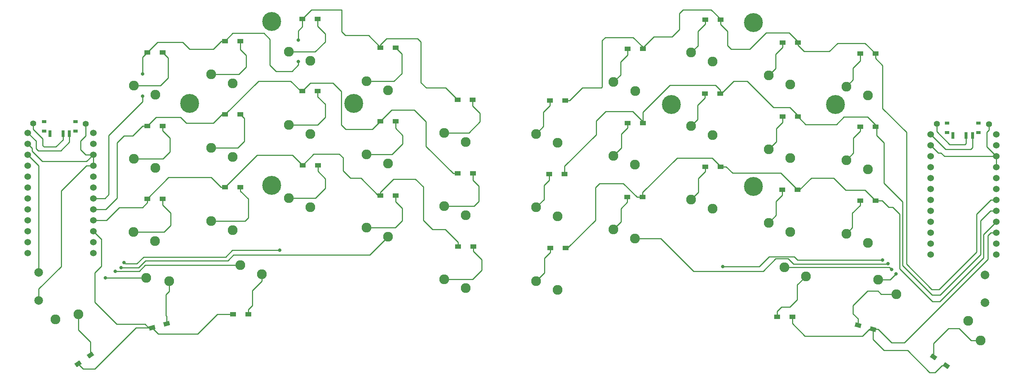
<source format=gbr>
%TF.GenerationSoftware,KiCad,Pcbnew,(6.0.5-0)*%
%TF.CreationDate,2022-06-22T19:02:17-07:00*%
%TF.ProjectId,Swept_3x5,53776570-745f-4337-9835-2e6b69636164,rev?*%
%TF.SameCoordinates,Original*%
%TF.FileFunction,Copper,L2,Bot*%
%TF.FilePolarity,Positive*%
%FSLAX46Y46*%
G04 Gerber Fmt 4.6, Leading zero omitted, Abs format (unit mm)*
G04 Created by KiCad (PCBNEW (6.0.5-0)) date 2022-06-22 19:02:17*
%MOMM*%
%LPD*%
G01*
G04 APERTURE LIST*
G04 Aperture macros list*
%AMRotRect*
0 Rectangle, with rotation*
0 The origin of the aperture is its center*
0 $1 length*
0 $2 width*
0 $3 Rotation angle, in degrees counterclockwise*
0 Add horizontal line*
21,1,$1,$2,0,0,$3*%
G04 Aperture macros list end*
%TA.AperFunction,ComponentPad*%
%ADD10C,1.524000*%
%TD*%
%TA.AperFunction,ComponentPad*%
%ADD11C,2.282000*%
%TD*%
%TA.AperFunction,ComponentPad*%
%ADD12C,2.000000*%
%TD*%
%TA.AperFunction,ComponentPad*%
%ADD13C,4.400000*%
%TD*%
%TA.AperFunction,ComponentPad*%
%ADD14C,1.397000*%
%TD*%
%TA.AperFunction,SMDPad,CuDef*%
%ADD15R,1.400000X1.000000*%
%TD*%
%TA.AperFunction,SMDPad,CuDef*%
%ADD16R,1.000000X0.800000*%
%TD*%
%TA.AperFunction,SMDPad,CuDef*%
%ADD17R,0.700000X1.500000*%
%TD*%
%TA.AperFunction,SMDPad,CuDef*%
%ADD18RotRect,1.400000X1.000000X145.000000*%
%TD*%
%TA.AperFunction,SMDPad,CuDef*%
%ADD19RotRect,1.400000X1.000000X35.000000*%
%TD*%
%TA.AperFunction,SMDPad,CuDef*%
%ADD20RotRect,1.400000X1.000000X165.000000*%
%TD*%
%TA.AperFunction,SMDPad,CuDef*%
%ADD21RotRect,1.400000X1.000000X15.000000*%
%TD*%
%TA.AperFunction,ViaPad*%
%ADD22C,0.800000*%
%TD*%
%TA.AperFunction,Conductor*%
%ADD23C,0.250000*%
%TD*%
G04 APERTURE END LIST*
D10*
%TO.P,U1,1,TX*%
%TO.N,unconnected-(U1-Pad1)*%
X243606600Y-50094000D03*
%TO.P,U1,2,RX*%
%TO.N,unconnected-(U1-Pad2)*%
X243606600Y-52634000D03*
%TO.P,U1,3,GND*%
%TO.N,gnd*%
X243606600Y-55174000D03*
%TO.P,U1,4,GND*%
X243606600Y-57714000D03*
%TO.P,U1,5,SDA*%
%TO.N,unconnected-(U1-Pad5)*%
X243606600Y-60254000D03*
%TO.P,U1,6,SCL*%
%TO.N,unconnected-(U1-Pad6)*%
X243606600Y-62794000D03*
%TO.P,U1,7,D4*%
%TO.N,row_0*%
X243606600Y-65334000D03*
%TO.P,U1,8,C6*%
%TO.N,row_1*%
X243606600Y-67874000D03*
%TO.P,U1,9,D7*%
%TO.N,row_2*%
X243606600Y-70414000D03*
%TO.P,U1,10,E6*%
%TO.N,row_3*%
X243606600Y-72954000D03*
%TO.P,U1,11,B4*%
%TO.N,unconnected-(U1-Pad11)*%
X243606600Y-75494000D03*
%TO.P,U1,12,B5*%
%TO.N,unconnected-(U1-Pad12)*%
X243606600Y-78034000D03*
%TO.P,U1,13,B6*%
%TO.N,unconnected-(U1-Pad13)*%
X228386600Y-78034000D03*
%TO.P,U1,14,B2*%
%TO.N,unconnected-(U1-Pad14)*%
X228386600Y-75494000D03*
%TO.P,U1,15,B3*%
%TO.N,col5*%
X228386600Y-72954000D03*
%TO.P,U1,16,B1*%
%TO.N,col4*%
X228386600Y-70414000D03*
%TO.P,U1,17,F7*%
%TO.N,col3*%
X228386600Y-67874000D03*
%TO.P,U1,18,F6*%
%TO.N,col2*%
X228386600Y-65334000D03*
%TO.P,U1,19,F5*%
%TO.N,col1*%
X228386600Y-62794000D03*
%TO.P,U1,20,F4*%
%TO.N,unconnected-(U1-Pad20)*%
X228386600Y-60254000D03*
%TO.P,U1,21,VCC*%
%TO.N,vcc*%
X228386600Y-57714000D03*
%TO.P,U1,22,RST*%
%TO.N,reset*%
X228386600Y-55174000D03*
%TO.P,U1,23,GND*%
%TO.N,gnd*%
X228386600Y-52634000D03*
%TO.P,U1,24,RAW*%
%TO.N,raw*%
X228386600Y-50094000D03*
%TD*%
D11*
%TO.P,SW16,1,1*%
%TO.N,col2*%
X159723400Y-74266800D03*
%TO.P,SW16,2,2*%
%TO.N,Net-(D14-Pad2)*%
X154723400Y-72166800D03*
%TD*%
%TO.P,SW20,1,1*%
%TO.N,col3*%
X194419800Y-80983400D03*
%TO.P,SW20,2,2*%
%TO.N,Net-(D18-Pad2)*%
X199419800Y-83083400D03*
%TD*%
%TO.P,SW15,1,1*%
%TO.N,col1*%
X141765600Y-86281000D03*
%TO.P,SW15,2,2*%
%TO.N,Net-(D13-Pad2)*%
X136765600Y-84181000D03*
%TD*%
%TO.P,SW21,1,1*%
%TO.N,col4*%
X216139832Y-83902238D03*
%TO.P,SW21,2,2*%
%TO.N,Net-(D19-Pad2)*%
X220425942Y-87224777D03*
%TD*%
%TO.P,SW17,1,1*%
%TO.N,col3*%
X177732000Y-67383400D03*
%TO.P,SW17,2,2*%
%TO.N,Net-(D15-Pad2)*%
X172732000Y-65283400D03*
%TD*%
%TO.P,SW18,1,1*%
%TO.N,col4*%
X195740600Y-72742800D03*
%TO.P,SW18,2,2*%
%TO.N,Net-(D16-Pad2)*%
X190740600Y-70642800D03*
%TD*%
%TO.P,SW4,1,1*%
%TO.N,col2*%
X159748800Y-40027600D03*
%TO.P,SW4,2,2*%
%TO.N,Net-(D2-Pad2)*%
X154748800Y-37927600D03*
%TD*%
%TO.P,SW3,1,1*%
%TO.N,col1*%
X141740200Y-52067200D03*
%TO.P,SW3,2,2*%
%TO.N,Net-(D1-Pad2)*%
X136740200Y-49967200D03*
%TD*%
%TO.P,SW9,1,1*%
%TO.N,col1*%
X141740200Y-69161400D03*
%TO.P,SW9,2,2*%
%TO.N,Net-(D7-Pad2)*%
X136740200Y-67061400D03*
%TD*%
%TO.P,SW12,1,1*%
%TO.N,col4*%
X195740600Y-55623200D03*
%TO.P,SW12,2,2*%
%TO.N,Net-(D10-Pad2)*%
X190740600Y-53523200D03*
%TD*%
%TO.P,SW11,1,1*%
%TO.N,col3*%
X177732000Y-50263800D03*
%TO.P,SW11,2,2*%
%TO.N,Net-(D9-Pad2)*%
X172732000Y-48163800D03*
%TD*%
%TO.P,SW6,1,1*%
%TO.N,col4*%
X195766000Y-38503600D03*
%TO.P,SW6,2,2*%
%TO.N,Net-(D4-Pad2)*%
X190766000Y-36403600D03*
%TD*%
%TO.P,SW5,1,1*%
%TO.N,col3*%
X177757400Y-33169600D03*
%TO.P,SW5,2,2*%
%TO.N,Net-(D3-Pad2)*%
X172757400Y-31069600D03*
%TD*%
D12*
%TO.P,RSW1,1,1*%
%TO.N,gnd*%
X240978000Y-82744400D03*
%TO.P,RSW1,2,2*%
%TO.N,reset*%
X240978000Y-89244400D03*
%TD*%
D11*
%TO.P,SW10,1,1*%
%TO.N,col2*%
X159723400Y-57147200D03*
%TO.P,SW10,2,2*%
%TO.N,Net-(D8-Pad2)*%
X154723400Y-55047200D03*
%TD*%
D13*
%TO.P,REF\u002A\u002A,1*%
%TO.N,N/C*%
X206298800Y-43180000D03*
X168198800Y-43180000D03*
X187248800Y-24130000D03*
X187248800Y-62230000D03*
%TD*%
D10*
%TO.P,U2,1,TX*%
%TO.N,unconnected-(U2-Pad1)*%
X33942000Y-49722800D03*
%TO.P,U2,2,RX*%
%TO.N,unconnected-(U2-Pad2)*%
X33942000Y-52262800D03*
%TO.P,U2,3,GND*%
%TO.N,gnd_r*%
X33942000Y-54802800D03*
%TO.P,U2,4,GND*%
X33942000Y-57342800D03*
%TO.P,U2,5,SDA*%
%TO.N,unconnected-(U2-Pad5)*%
X33942000Y-59882800D03*
%TO.P,U2,6,SCL*%
%TO.N,unconnected-(U2-Pad6)*%
X33942000Y-62422800D03*
%TO.P,U2,7,D4*%
%TO.N,row_0r*%
X33942000Y-64962800D03*
%TO.P,U2,8,C6*%
%TO.N,row_1r*%
X33942000Y-67502800D03*
%TO.P,U2,9,D7*%
%TO.N,row_2r*%
X33942000Y-70042800D03*
%TO.P,U2,10,E6*%
%TO.N,row_3r*%
X33942000Y-72582800D03*
%TO.P,U2,11,B4*%
%TO.N,unconnected-(U2-Pad11)*%
X33942000Y-75122800D03*
%TO.P,U2,12,B5*%
%TO.N,unconnected-(U2-Pad12)*%
X33942000Y-77662800D03*
%TO.P,U2,13,B6*%
%TO.N,unconnected-(U2-Pad13)*%
X18722000Y-77662800D03*
%TO.P,U2,14,B2*%
%TO.N,unconnected-(U2-Pad14)*%
X18722000Y-75122800D03*
%TO.P,U2,15,B3*%
%TO.N,col5r*%
X18722000Y-72582800D03*
%TO.P,U2,16,B1*%
%TO.N,col4r*%
X18722000Y-70042800D03*
%TO.P,U2,17,F7*%
%TO.N,col3r*%
X18722000Y-67502800D03*
%TO.P,U2,18,F6*%
%TO.N,col2r*%
X18722000Y-64962800D03*
%TO.P,U2,19,F5*%
%TO.N,col1r*%
X18722000Y-62422800D03*
%TO.P,U2,20,F4*%
%TO.N,unconnected-(U2-Pad20)*%
X18722000Y-59882800D03*
%TO.P,U2,21,VCC*%
%TO.N,vcc_r*%
X18722000Y-57342800D03*
%TO.P,U2,22,RST*%
%TO.N,reset_r*%
X18722000Y-54802800D03*
%TO.P,U2,23,GND*%
%TO.N,gnd_r*%
X18722000Y-52262800D03*
%TO.P,U2,24,RAW*%
%TO.N,raw_r*%
X18722000Y-49722800D03*
%TD*%
D11*
%TO.P,SW17_r1,1,1*%
%TO.N,col3r*%
X84378800Y-67012400D03*
%TO.P,SW17_r1,2,2*%
%TO.N,Net-(Dr15-Pad2)*%
X79378800Y-64912400D03*
%TD*%
%TO.P,SW11_r1,1,1*%
%TO.N,col3r*%
X84353400Y-50019800D03*
%TO.P,SW11_r1,2,2*%
%TO.N,Net-(Dr9-Pad2)*%
X79353400Y-47919800D03*
%TD*%
%TO.P,SW15_r1,1,1*%
%TO.N,col1r*%
X120396000Y-85859200D03*
%TO.P,SW15_r1,2,2*%
%TO.N,Net-(Dr13-Pad2)*%
X115396000Y-83759200D03*
%TD*%
%TO.P,SW18_r1,1,1*%
%TO.N,col4r*%
X66344800Y-72321000D03*
%TO.P,SW18_r1,2,2*%
%TO.N,Net-(Dr16-Pad2)*%
X61344800Y-70221000D03*
%TD*%
%TO.P,SW6_r1,1,1*%
%TO.N,col4r*%
X66344800Y-38259600D03*
%TO.P,SW6_r1,2,2*%
%TO.N,Net-(Dr4-Pad2)*%
X61344800Y-36159600D03*
%TD*%
%TO.P,SW5_r1,1,1*%
%TO.N,col3r*%
X84378800Y-33001800D03*
%TO.P,SW5_r1,2,2*%
%TO.N,Net-(Dr3-Pad2)*%
X79378800Y-30901800D03*
%TD*%
%TO.P,SW16_r1,1,1*%
%TO.N,col2r*%
X102412800Y-73895800D03*
%TO.P,SW16_r1,2,2*%
%TO.N,Net-(Dr14-Pad2)*%
X97412800Y-71795800D03*
%TD*%
%TO.P,SW4_r1,1,1*%
%TO.N,col2r*%
X102387400Y-39834400D03*
%TO.P,SW4_r1,2,2*%
%TO.N,Net-(Dr2-Pad2)*%
X97387400Y-37734400D03*
%TD*%
%TO.P,SW13_r1,1,1*%
%TO.N,col5r*%
X48336200Y-57843000D03*
%TO.P,SW13_r1,2,2*%
%TO.N,Net-(Dr11-Pad2)*%
X43336200Y-55743000D03*
%TD*%
%TO.P,SW12_r1,1,1*%
%TO.N,col4r*%
X66344800Y-55328400D03*
%TO.P,SW12_r1,2,2*%
%TO.N,Net-(Dr10-Pad2)*%
X61344800Y-53228400D03*
%TD*%
%TO.P,SW3_r1,1,1*%
%TO.N,col1r*%
X120396000Y-51874000D03*
%TO.P,SW3_r1,2,2*%
%TO.N,Net-(Dr1-Pad2)*%
X115396000Y-49774000D03*
%TD*%
%TO.P,SW21_r1,1,1*%
%TO.N,col4r*%
X46250368Y-83455038D03*
%TO.P,SW21_r1,2,2*%
%TO.N,Net-(Dr19-Pad2)*%
X51623517Y-84189387D03*
%TD*%
%TO.P,SW9_r1,1,1*%
%TO.N,col1r*%
X120396000Y-68866600D03*
%TO.P,SW9_r1,2,2*%
%TO.N,Net-(Dr7-Pad2)*%
X115396000Y-66766600D03*
%TD*%
%TO.P,SW20_r1,1,1*%
%TO.N,col3r*%
X68072000Y-80510800D03*
%TO.P,SW20_r1,2,2*%
%TO.N,Net-(Dr18-Pad2)*%
X73072000Y-82610800D03*
%TD*%
%TO.P,SW7_r1,1,1*%
%TO.N,col5r*%
X48336200Y-40850400D03*
%TO.P,SW7_r1,2,2*%
%TO.N,Net-(Dr5-Pad2)*%
X43336200Y-38750400D03*
%TD*%
D13*
%TO.P,REF\u002A\u002A,1*%
%TO.N,N/C*%
X94407400Y-42878400D03*
X56307400Y-42878400D03*
X75357400Y-61928400D03*
X75357400Y-23828400D03*
%TD*%
D12*
%TO.P,RSW2,1,1*%
%TO.N,gnd_r*%
X21285200Y-88721000D03*
%TO.P,RSW2,2,2*%
%TO.N,reset_r*%
X21285200Y-82221000D03*
%TD*%
D11*
%TO.P,SW13,1,1*%
%TO.N,col5*%
X213774600Y-58188600D03*
%TO.P,SW13,2,2*%
%TO.N,Net-(D11-Pad2)*%
X208774600Y-56088600D03*
%TD*%
%TO.P,SW22,1,1*%
%TO.N,col5*%
X237097701Y-93455003D03*
%TO.P,SW22,2,2*%
%TO.N,Net-(D20-Pad2)*%
X239988951Y-98043104D03*
%TD*%
%TO.P,SW19,1,1*%
%TO.N,col5*%
X213774600Y-75308200D03*
%TO.P,SW19,2,2*%
%TO.N,Net-(D17-Pad2)*%
X208774600Y-73208200D03*
%TD*%
%TO.P,SW19_r1,1,1*%
%TO.N,col5r*%
X48310800Y-74861000D03*
%TO.P,SW19_r1,2,2*%
%TO.N,Net-(Dr17-Pad2)*%
X43310800Y-72761000D03*
%TD*%
D14*
%TO.P,+,1,1*%
%TO.N,BT+*%
X229802000Y-47640400D03*
%TD*%
D11*
%TO.P,SW10_r1,1,1*%
%TO.N,col2r*%
X102387400Y-56877800D03*
%TO.P,SW10_r1,2,2*%
%TO.N,Net-(Dr8-Pad2)*%
X97387400Y-54777800D03*
%TD*%
%TO.P,SW22_r1,1,1*%
%TO.N,col5r*%
X25200435Y-93078933D03*
%TO.P,SW22_r1,2,2*%
%TO.N,Net-(Dr20-Pad2)*%
X30500706Y-91931270D03*
%TD*%
D14*
%TO.P,-,1,1*%
%TO.N,gnd*%
X241943200Y-47691200D03*
%TD*%
%TO.P,+,1,1*%
%TO.N,BT+_r*%
X20040600Y-47574200D03*
%TD*%
D11*
%TO.P,SW7,1,1*%
%TO.N,col5*%
X213774600Y-41069000D03*
%TO.P,SW7,2,2*%
%TO.N,Net-(D5-Pad2)*%
X208774600Y-38969000D03*
%TD*%
D14*
%TO.P,-,1,1*%
%TO.N,gnd_r*%
X32207200Y-47625000D03*
%TD*%
D15*
%TO.P,D7,1,K*%
%TO.N,row_1*%
X143388200Y-59349800D03*
%TO.P,D7,2,A*%
%TO.N,Net-(D7-Pad2)*%
X139838200Y-59349800D03*
%TD*%
%TO.P,D18,1,K*%
%TO.N,row_3*%
X196245600Y-92547600D03*
%TO.P,D18,2,A*%
%TO.N,Net-(D18-Pad2)*%
X192695600Y-92547600D03*
%TD*%
%TO.P,Dr16,1,K*%
%TO.N,row_2r*%
X64544400Y-62382400D03*
%TO.P,Dr16,2,A*%
%TO.N,Net-(Dr16-Pad2)*%
X68094400Y-62382400D03*
%TD*%
%TO.P,Dr15,1,K*%
%TO.N,row_2r*%
X82553000Y-57251600D03*
%TO.P,Dr15,2,A*%
%TO.N,Net-(Dr15-Pad2)*%
X86103000Y-57251600D03*
%TD*%
%TO.P,Dr3,1,K*%
%TO.N,row_0r*%
X82476800Y-23266400D03*
%TO.P,Dr3,2,A*%
%TO.N,Net-(Dr3-Pad2)*%
X86026800Y-23266400D03*
%TD*%
%TO.P,Dr18,1,K*%
%TO.N,row_3r*%
X66398600Y-91948000D03*
%TO.P,Dr18,2,A*%
%TO.N,Net-(Dr18-Pad2)*%
X69948600Y-91948000D03*
%TD*%
%TO.P,Dr9,1,K*%
%TO.N,row_1r*%
X82476800Y-40030400D03*
%TO.P,Dr9,2,A*%
%TO.N,Net-(Dr9-Pad2)*%
X86026800Y-40030400D03*
%TD*%
%TO.P,D11,1,K*%
%TO.N,row_1*%
X215575000Y-48351600D03*
%TO.P,D11,2,A*%
%TO.N,Net-(D11-Pad2)*%
X212025000Y-48351600D03*
%TD*%
%TO.P,D17,1,K*%
%TO.N,row_2*%
X215575000Y-65471200D03*
%TO.P,D17,2,A*%
%TO.N,Net-(D17-Pad2)*%
X212025000Y-65471200D03*
%TD*%
%TO.P,D15,1,K*%
%TO.N,row_2*%
X179608600Y-57622600D03*
%TO.P,D15,2,A*%
%TO.N,Net-(D15-Pad2)*%
X176058600Y-57622600D03*
%TD*%
%TO.P,D2,1,K*%
%TO.N,row_0*%
X161549200Y-30216000D03*
%TO.P,D2,2,A*%
%TO.N,Net-(D2-Pad2)*%
X157999200Y-30216000D03*
%TD*%
%TO.P,Dr4,1,K*%
%TO.N,row_0r*%
X64544400Y-28397200D03*
%TO.P,Dr4,2,A*%
%TO.N,Net-(Dr4-Pad2)*%
X68094400Y-28397200D03*
%TD*%
%TO.P,D13,1,K*%
%TO.N,row_2*%
X143616800Y-76545600D03*
%TO.P,D13,2,A*%
%TO.N,Net-(D13-Pad2)*%
X140066800Y-76545600D03*
%TD*%
%TO.P,Dr10,1,K*%
%TO.N,row_1r*%
X64544400Y-45440600D03*
%TO.P,Dr10,2,A*%
%TO.N,Net-(Dr10-Pad2)*%
X68094400Y-45440600D03*
%TD*%
D16*
%TO.P,SW_POWER1,*%
%TO.N,*%
X239471800Y-47472800D03*
X232171800Y-49682800D03*
X239471800Y-49682800D03*
X232171800Y-47472800D03*
D17*
%TO.P,SW_POWER1,1,A*%
%TO.N,unconnected-(SW_POWER1-Pad1)*%
X233571800Y-50332800D03*
%TO.P,SW_POWER1,2,B*%
%TO.N,BT+*%
X236571800Y-50332800D03*
%TO.P,SW_POWER1,3,C*%
%TO.N,raw*%
X238071800Y-50332800D03*
%TD*%
D15*
%TO.P,D3,1,K*%
%TO.N,row_0*%
X179583200Y-23408800D03*
%TO.P,D3,2,A*%
%TO.N,Net-(D3-Pad2)*%
X176033200Y-23408800D03*
%TD*%
%TO.P,Dr11,1,K*%
%TO.N,row_1r*%
X46510400Y-48107600D03*
%TO.P,Dr11,2,A*%
%TO.N,Net-(Dr11-Pad2)*%
X50060400Y-48107600D03*
%TD*%
%TO.P,Dr2,1,K*%
%TO.N,row_0r*%
X100587000Y-29972000D03*
%TO.P,Dr2,2,A*%
%TO.N,Net-(Dr2-Pad2)*%
X104137000Y-29972000D03*
%TD*%
D18*
%TO.P,D20,1,K*%
%TO.N,row_3*%
X231967195Y-103827298D03*
%TO.P,D20,2,A*%
%TO.N,Net-(D20-Pad2)*%
X229059205Y-101791102D03*
%TD*%
D15*
%TO.P,D16,1,K*%
%TO.N,row_2*%
X197490200Y-62982000D03*
%TO.P,D16,2,A*%
%TO.N,Net-(D16-Pad2)*%
X193940200Y-62982000D03*
%TD*%
D19*
%TO.P,Dr20,1,K*%
%TO.N,row_3r*%
X30423005Y-103456298D03*
%TO.P,Dr20,2,A*%
%TO.N,Net-(Dr20-Pad2)*%
X33330995Y-101420102D03*
%TD*%
D15*
%TO.P,Dr7,1,K*%
%TO.N,row_1r*%
X118595600Y-59182000D03*
%TO.P,Dr7,2,A*%
%TO.N,Net-(Dr7-Pad2)*%
X122145600Y-59182000D03*
%TD*%
%TO.P,Dr5,1,K*%
%TO.N,row_0r*%
X46510400Y-31064200D03*
%TO.P,Dr5,2,A*%
%TO.N,Net-(Dr5-Pad2)*%
X50060400Y-31064200D03*
%TD*%
D20*
%TO.P,D19,1,K*%
%TO.N,row_3*%
X214955718Y-95394604D03*
%TO.P,D19,2,A*%
%TO.N,Net-(D19-Pad2)*%
X211526682Y-94475796D03*
%TD*%
D15*
%TO.P,Dr1,1,K*%
%TO.N,row_0r*%
X118519400Y-42087800D03*
%TO.P,Dr1,2,A*%
%TO.N,Net-(Dr1-Pad2)*%
X122069400Y-42087800D03*
%TD*%
D16*
%TO.P,SW_POWERR1,*%
%TO.N,*%
X22512000Y-47101800D03*
X29812000Y-47101800D03*
X22512000Y-49311800D03*
X29812000Y-49311800D03*
D17*
%TO.P,SW_POWERR1,1,A*%
%TO.N,unconnected-(SW_POWERR1-Pad1)*%
X23912000Y-49961800D03*
%TO.P,SW_POWERR1,2,B*%
%TO.N,BT+_r*%
X26912000Y-49961800D03*
%TO.P,SW_POWERR1,3,C*%
%TO.N,raw_r*%
X28412000Y-49961800D03*
%TD*%
D15*
%TO.P,Dr14,1,K*%
%TO.N,row_2r*%
X100587000Y-64287400D03*
%TO.P,Dr14,2,A*%
%TO.N,Net-(Dr14-Pad2)*%
X104137000Y-64287400D03*
%TD*%
%TO.P,D10,1,K*%
%TO.N,row_1*%
X197515600Y-45913200D03*
%TO.P,D10,2,A*%
%TO.N,Net-(D10-Pad2)*%
X193965600Y-45913200D03*
%TD*%
%TO.P,D9,1,K*%
%TO.N,row_1*%
X179532400Y-40579200D03*
%TO.P,D9,2,A*%
%TO.N,Net-(D9-Pad2)*%
X175982400Y-40579200D03*
%TD*%
%TO.P,Dr13,1,K*%
%TO.N,row_2r*%
X118646400Y-76174600D03*
%TO.P,Dr13,2,A*%
%TO.N,Net-(Dr13-Pad2)*%
X122196400Y-76174600D03*
%TD*%
%TO.P,D4,1,K*%
%TO.N,row_0*%
X197566400Y-28793600D03*
%TO.P,D4,2,A*%
%TO.N,Net-(D4-Pad2)*%
X194016400Y-28793600D03*
%TD*%
%TO.P,D14,1,K*%
%TO.N,row_2*%
X161498400Y-64658400D03*
%TO.P,D14,2,A*%
%TO.N,Net-(D14-Pad2)*%
X157948400Y-64658400D03*
%TD*%
%TO.P,Dr8,1,K*%
%TO.N,row_1r*%
X100587000Y-47040800D03*
%TO.P,Dr8,2,A*%
%TO.N,Net-(Dr8-Pad2)*%
X104137000Y-47040800D03*
%TD*%
D21*
%TO.P,Dr19,1,K*%
%TO.N,row_3r*%
X47586882Y-95049004D03*
%TO.P,Dr19,2,A*%
%TO.N,Net-(Dr19-Pad2)*%
X51015918Y-94130196D03*
%TD*%
D15*
%TO.P,D5,1,K*%
%TO.N,row_0*%
X215575000Y-31308200D03*
%TO.P,D5,2,A*%
%TO.N,Net-(D5-Pad2)*%
X212025000Y-31308200D03*
%TD*%
%TO.P,Dr17,1,K*%
%TO.N,row_2r*%
X46510400Y-65049400D03*
%TO.P,Dr17,2,A*%
%TO.N,Net-(Dr17-Pad2)*%
X50060400Y-65049400D03*
%TD*%
%TO.P,D1,1,K*%
%TO.N,row_0*%
X143540600Y-42204800D03*
%TO.P,D1,2,A*%
%TO.N,Net-(D1-Pad2)*%
X139990600Y-42204800D03*
%TD*%
%TO.P,D8,1,K*%
%TO.N,row_1*%
X161549200Y-47437200D03*
%TO.P,D8,2,A*%
%TO.N,Net-(D8-Pad2)*%
X157999200Y-47437200D03*
%TD*%
D22*
%TO.N,col1*%
X217178200Y-79314200D03*
X180119600Y-80812800D03*
%TO.N,col2*%
X218473600Y-80177800D03*
%TO.N,col3*%
X219337200Y-81498600D03*
%TO.N,col4*%
X220327800Y-82540000D03*
%TO.N,row_0r*%
X81534000Y-33172400D03*
X81534000Y-28168600D03*
X45389800Y-36042600D03*
X45389800Y-41173400D03*
%TO.N,col1r*%
X77241400Y-77038200D03*
X41122600Y-79883000D03*
%TO.N,col2r*%
X40411400Y-81051400D03*
%TO.N,col3r*%
X39039800Y-81889600D03*
%TO.N,col4r*%
X36779200Y-83464400D03*
%TD*%
D23*
%TO.N,BT+*%
X236304400Y-52441000D02*
X236571800Y-52173600D01*
X236571800Y-52173600D02*
X236571800Y-50332800D01*
X229802000Y-49443800D02*
X232799200Y-52441000D01*
X229802000Y-47640400D02*
X229802000Y-49443800D01*
X232799200Y-52441000D02*
X236304400Y-52441000D01*
%TO.N,gnd*%
X241943200Y-47691200D02*
X241943200Y-49037400D01*
X241435200Y-49545400D02*
X241435200Y-53002600D01*
X241943200Y-49037400D02*
X241435200Y-49545400D01*
X231544400Y-55174000D02*
X243606600Y-55174000D01*
X228386600Y-52634000D02*
X230149400Y-54396800D01*
X230149400Y-54396800D02*
X230767200Y-54396800D01*
X243606600Y-55174000D02*
X243606600Y-57714000D01*
X241435200Y-53002600D02*
X243606600Y-55174000D01*
X230767200Y-54396800D02*
X231544400Y-55174000D01*
%TO.N,raw*%
X238082400Y-53177600D02*
X238071800Y-53167000D01*
X228386600Y-50094000D02*
X231876600Y-53584000D01*
X238071800Y-53167000D02*
X238071800Y-50332800D01*
X237676000Y-53584000D02*
X238082400Y-53177600D01*
X231876600Y-53584000D02*
X237676000Y-53584000D01*
%TO.N,BT+_r*%
X20040600Y-48945800D02*
X22199600Y-51104800D01*
X22199600Y-52679600D02*
X22529800Y-53009800D01*
X25247600Y-53009800D02*
X26912000Y-51345400D01*
X22529800Y-53009800D02*
X25247600Y-53009800D01*
X22199600Y-51104800D02*
X22199600Y-52679600D01*
X26912000Y-51345400D02*
X26912000Y-49961800D01*
X20040600Y-47574200D02*
X20040600Y-48945800D01*
%TO.N,reset_r*%
X21285200Y-57366000D02*
X18722000Y-54802800D01*
X21285200Y-82221000D02*
X21285200Y-57366000D01*
%TO.N,gnd_r*%
X32207200Y-47625000D02*
X32207200Y-50419000D01*
X21285200Y-86004400D02*
X26492200Y-80797400D01*
X26492200Y-80797400D02*
X26492200Y-63246000D01*
X32207200Y-54838600D02*
X32243000Y-54802800D01*
X30988000Y-51638200D02*
X30988000Y-53619400D01*
X26492200Y-63246000D02*
X32395400Y-57342800D01*
X33942000Y-54802800D02*
X33942000Y-57342800D01*
X19735800Y-53276600D02*
X19735800Y-54000400D01*
X32382200Y-56362600D02*
X33942000Y-54802800D01*
X32207200Y-50419000D02*
X30988000Y-51638200D01*
X30988000Y-53619400D02*
X32207200Y-54838600D01*
X22098000Y-56362600D02*
X32382200Y-56362600D01*
X21285200Y-88721000D02*
X21285200Y-86004400D01*
X18722000Y-52262800D02*
X19735800Y-53276600D01*
X32395400Y-57342800D02*
X33942000Y-57342800D01*
X19735800Y-54000400D02*
X22098000Y-56362600D01*
X32243000Y-54802800D02*
X33942000Y-54802800D01*
%TO.N,row_0*%
X181186400Y-29403200D02*
X182024600Y-30241400D01*
X161549200Y-30216000D02*
X161549200Y-29965000D01*
X152103400Y-39055200D02*
X152103400Y-28285600D01*
X179583200Y-23278800D02*
X179583200Y-23408800D01*
X152103400Y-28285600D02*
X152840000Y-27549000D01*
X151900200Y-39258400D02*
X152103400Y-39055200D01*
X182024600Y-30241400D02*
X186368000Y-30241400D01*
X228633600Y-86121400D02*
X230310000Y-86121400D01*
X238996800Y-68671600D02*
X242334400Y-65334000D01*
X222740800Y-49621600D02*
X222740800Y-80228600D01*
X215575000Y-32422800D02*
X217229000Y-34076800D01*
X161549200Y-29781200D02*
X161549200Y-30216000D01*
X199017200Y-30825600D02*
X204859200Y-30825600D01*
X181186400Y-26152000D02*
X181186400Y-29403200D01*
X195537400Y-26431400D02*
X197566400Y-28460400D01*
X170010400Y-25745600D02*
X170010400Y-22011800D01*
X143540600Y-42204800D02*
X144585000Y-42204800D01*
X170899400Y-21122800D02*
X177427200Y-21122800D01*
X177427200Y-21122800D02*
X179583200Y-23278800D01*
X217229000Y-34076800D02*
X217229000Y-44109800D01*
X197566400Y-29374800D02*
X199017200Y-30825600D01*
X147531400Y-39258400D02*
X151900200Y-39258400D01*
X206789600Y-28895200D02*
X213162000Y-28895200D01*
X161549200Y-29965000D02*
X164117600Y-27396600D01*
X230310000Y-86121400D02*
X238996800Y-77434600D01*
X186368000Y-30241400D02*
X190178000Y-26431400D01*
X159317000Y-27549000D02*
X161549200Y-29781200D01*
X143540600Y-41998600D02*
X143540600Y-42204800D01*
X217229000Y-44109800D02*
X222740800Y-49621600D01*
X179583200Y-23408800D02*
X179583200Y-24548800D01*
X144585000Y-42204800D02*
X147531400Y-39258400D01*
X242334400Y-65334000D02*
X243606600Y-65334000D01*
X213162000Y-28895200D02*
X215575000Y-31308200D01*
X215575000Y-31308200D02*
X215575000Y-32422800D01*
X164117600Y-27396600D02*
X168359400Y-27396600D01*
X190178000Y-26431400D02*
X195537400Y-26431400D01*
X197566400Y-28793600D02*
X197566400Y-29374800D01*
X170010400Y-22011800D02*
X170899400Y-21122800D01*
X152840000Y-27549000D02*
X159317000Y-27549000D01*
X204859200Y-30825600D02*
X206789600Y-28895200D01*
X238996800Y-77434600D02*
X238996800Y-68671600D01*
X168359400Y-27396600D02*
X170010400Y-25745600D01*
X222740800Y-80228600D02*
X228633600Y-86121400D01*
X197566400Y-28460400D02*
X197566400Y-28793600D01*
X179583200Y-24548800D02*
X181186400Y-26152000D01*
%TO.N,Net-(D2-Pad2)*%
X157999200Y-31635400D02*
X156421400Y-33213200D01*
X157999200Y-30216000D02*
X157999200Y-31635400D01*
X156421400Y-33213200D02*
X156421400Y-36255000D01*
X156421400Y-36255000D02*
X154748800Y-37927600D01*
%TO.N,row_1*%
X179532400Y-40579200D02*
X179789400Y-40579200D01*
X178417800Y-38648800D02*
X179532400Y-39763400D01*
X161549200Y-44900200D02*
X167800600Y-38648800D01*
X197515600Y-45913200D02*
X199369800Y-47767400D01*
X150731800Y-50155000D02*
X150731800Y-46954600D01*
X230589400Y-87416800D02*
X239987400Y-78018800D01*
X167800600Y-38648800D02*
X178417800Y-38648800D01*
X182634200Y-37734400D02*
X185783800Y-37734400D01*
X161549200Y-47104000D02*
X161549200Y-47437200D01*
X195689800Y-43830400D02*
X197515600Y-45656200D01*
X179532400Y-39763400D02*
X179532400Y-40579200D01*
X152916200Y-44770200D02*
X159215400Y-44770200D01*
X221877200Y-80584200D02*
X228709800Y-87416800D01*
X199369800Y-47767400D02*
X206484800Y-47767400D01*
X215863621Y-48640221D02*
X215863621Y-50364421D01*
X221877200Y-65776000D02*
X221877200Y-80584200D01*
X215863621Y-50364421D02*
X217533800Y-52034600D01*
X213723800Y-46014800D02*
X215575000Y-47866000D01*
X217533800Y-52034600D02*
X217533800Y-61432600D01*
X215575000Y-48351600D02*
X215863621Y-48640221D01*
X239987400Y-78018800D02*
X239987400Y-70144800D01*
X143388200Y-57498600D02*
X150731800Y-50155000D01*
X197515600Y-45656200D02*
X197515600Y-45913200D01*
X161549200Y-47437200D02*
X161549200Y-44900200D01*
X185783800Y-37734400D02*
X191879800Y-43830400D01*
X239987400Y-70144800D02*
X242258200Y-67874000D01*
X191879800Y-43830400D02*
X195689800Y-43830400D01*
X208237400Y-46014800D02*
X213723800Y-46014800D01*
X206484800Y-47767400D02*
X208237400Y-46014800D01*
X150731800Y-46954600D02*
X152916200Y-44770200D01*
X215575000Y-47866000D02*
X215575000Y-48351600D01*
X179789400Y-40579200D02*
X182634200Y-37734400D01*
X228709800Y-87416800D02*
X230589400Y-87416800D01*
X242258200Y-67874000D02*
X243606600Y-67874000D01*
X143388200Y-59349800D02*
X143388200Y-57498600D01*
X217533800Y-61432600D02*
X221877200Y-65776000D01*
X159215400Y-44770200D02*
X161549200Y-47104000D01*
%TO.N,Net-(D7-Pad2)*%
X138590600Y-65211000D02*
X136740200Y-67061400D01*
X139838200Y-60718400D02*
X138590600Y-61966000D01*
X138590600Y-61966000D02*
X138590600Y-65211000D01*
X139838200Y-59349800D02*
X139838200Y-60718400D01*
%TO.N,Net-(D8-Pad2)*%
X157999200Y-48526400D02*
X156548400Y-49977200D01*
X156548400Y-49977200D02*
X156548400Y-53222200D01*
X156548400Y-53222200D02*
X154723400Y-55047200D01*
X157999200Y-47437200D02*
X157999200Y-48526400D01*
%TO.N,row_2*%
X169527800Y-55565200D02*
X177655800Y-55565200D01*
X197925000Y-62982000D02*
X200668200Y-60238800D01*
X161498400Y-63594600D02*
X169527800Y-55565200D01*
X221140600Y-81320800D02*
X228760600Y-88940800D01*
X215575000Y-65471200D02*
X217070608Y-65471200D01*
X144077000Y-76545600D02*
X150528600Y-70094000D01*
X240673200Y-73347400D02*
X243606600Y-70414000D01*
X218620008Y-67020600D02*
X219540400Y-67020600D01*
X179608600Y-57622600D02*
X180907000Y-57622600D01*
X151519200Y-61483400D02*
X157031000Y-61483400D01*
X143616800Y-76545600D02*
X144077000Y-76545600D01*
X150528600Y-70094000D02*
X150528600Y-62474000D01*
X200668200Y-60238800D02*
X205849800Y-60238800D01*
X157031000Y-61483400D02*
X160206000Y-64658400D01*
X205849800Y-60238800D02*
X208643800Y-63032800D01*
X197490200Y-62982000D02*
X197925000Y-62982000D01*
X193578600Y-59070400D02*
X197490200Y-62982000D01*
X179608600Y-57518000D02*
X179608600Y-57622600D01*
X208643800Y-63032800D02*
X213136600Y-63032800D01*
X217070608Y-65471200D02*
X218620008Y-67020600D01*
X213136600Y-63032800D02*
X215575000Y-65471200D01*
X240673200Y-78755400D02*
X240673200Y-73347400D01*
X219540400Y-67020600D02*
X221140600Y-68620800D01*
X180907000Y-57622600D02*
X182354800Y-59070400D01*
X150528600Y-62474000D02*
X151519200Y-61483400D01*
X161498400Y-64658400D02*
X161498400Y-63594600D01*
X182354800Y-59070400D02*
X193578600Y-59070400D01*
X160206000Y-64658400D02*
X161498400Y-64658400D01*
X177655800Y-55565200D02*
X179608600Y-57518000D01*
X230487800Y-88940800D02*
X240673200Y-78755400D01*
X221140600Y-68620800D02*
X221140600Y-81320800D01*
X228760600Y-88940800D02*
X230487800Y-88940800D01*
%TO.N,Net-(D13-Pad2)*%
X138666800Y-78882400D02*
X138666800Y-82279800D01*
X140066800Y-76545600D02*
X140066800Y-77482400D01*
X138666800Y-82279800D02*
X136765600Y-84181000D01*
X140066800Y-77482400D02*
X138666800Y-78882400D01*
%TO.N,Net-(D14-Pad2)*%
X157948400Y-64658400D02*
X157948400Y-65874600D01*
X156497600Y-67325400D02*
X156497600Y-70392600D01*
X157948400Y-65874600D02*
X156497600Y-67325400D01*
X156497600Y-70392600D02*
X154723400Y-72166800D01*
%TO.N,Net-(D15-Pad2)*%
X174430000Y-63585400D02*
X172732000Y-65283400D01*
X176058600Y-57622600D02*
X176058600Y-58711800D01*
X174430000Y-60340400D02*
X174430000Y-63585400D01*
X176058600Y-58711800D02*
X174430000Y-60340400D01*
%TO.N,row_3*%
X242334400Y-72954000D02*
X243606600Y-72954000D01*
X231019102Y-103827298D02*
X231967195Y-103827298D01*
X196245600Y-94017800D02*
X199195000Y-96967200D01*
X216189804Y-95394604D02*
X219311800Y-98516600D01*
X222232800Y-98516600D02*
X241638400Y-79111000D01*
X228125600Y-105425400D02*
X229421000Y-105425400D01*
X241638400Y-79111000D02*
X241638400Y-73650000D01*
X219311800Y-98516600D02*
X222232800Y-98516600D01*
X217508400Y-100320000D02*
X223020200Y-100320000D01*
X199195000Y-96967200D02*
X212530000Y-96967200D01*
X212530000Y-96967200D02*
X214102596Y-95394604D01*
X241638400Y-73650000D02*
X242334400Y-72954000D01*
X214955718Y-95394604D02*
X214955718Y-97767318D01*
X223020200Y-100320000D02*
X228125600Y-105425400D01*
X214955718Y-97767318D02*
X217508400Y-100320000D01*
X214955718Y-95394604D02*
X216189804Y-95394604D01*
X229421000Y-105425400D02*
X231019102Y-103827298D01*
X214102596Y-95394604D02*
X214955718Y-95394604D01*
X196245600Y-92547600D02*
X196245600Y-94017800D01*
%TO.N,Net-(D19-Pad2)*%
X213698400Y-86527800D02*
X216162200Y-86527800D01*
X210371000Y-91811000D02*
X210371000Y-89855200D01*
X210371000Y-89855200D02*
X213698400Y-86527800D01*
X211526682Y-92966682D02*
X210371000Y-91811000D01*
X211526682Y-94475796D02*
X211526682Y-92966682D01*
X216859177Y-87224777D02*
X220425942Y-87224777D01*
X216162200Y-86527800D02*
X216859177Y-87224777D01*
%TO.N,Net-(D20-Pad2)*%
X229059205Y-101791102D02*
X229059205Y-98700595D01*
X237761304Y-98043104D02*
X239988951Y-98043104D01*
X234932800Y-95214600D02*
X237761304Y-98043104D01*
X232545200Y-95214600D02*
X234932800Y-95214600D01*
X229059205Y-98700595D02*
X232545200Y-95214600D01*
%TO.N,col1*%
X188577800Y-80812800D02*
X188628600Y-80762000D01*
X190881520Y-78509080D02*
X196662680Y-78509080D01*
X196662680Y-78509080D02*
X196731200Y-78577600D01*
X180119600Y-80812800D02*
X188577800Y-80812800D01*
X197467800Y-79314200D02*
X217178200Y-79314200D01*
X188628600Y-80762000D02*
X190881520Y-78509080D01*
X196731200Y-78577600D02*
X197467800Y-79314200D01*
%TO.N,col2*%
X165674200Y-74266800D02*
X173312400Y-81905000D01*
X218397400Y-80254000D02*
X218473600Y-80177800D01*
X196528000Y-80254000D02*
X218397400Y-80254000D01*
X195232600Y-78958600D02*
X196528000Y-80254000D01*
X192413200Y-78958600D02*
X195232600Y-78958600D01*
X159723400Y-74266800D02*
X165674200Y-74266800D01*
X189466800Y-81905000D02*
X192413200Y-78958600D01*
X173312400Y-81905000D02*
X189466800Y-81905000D01*
%TO.N,col3*%
X194419800Y-80983400D02*
X218822000Y-80983400D01*
X218822000Y-80983400D02*
X219337200Y-81498600D01*
%TO.N,col4*%
X216139832Y-83902238D02*
X218965562Y-83902238D01*
X218965562Y-83902238D02*
X220327800Y-82540000D01*
%TO.N,Net-(D1-Pad2)*%
X138463600Y-48243800D02*
X136740200Y-49967200D01*
X139990600Y-42204800D02*
X139990600Y-43395600D01*
X139990600Y-43395600D02*
X138463600Y-44922600D01*
X138463600Y-44922600D02*
X138463600Y-48243800D01*
%TO.N,Net-(D3-Pad2)*%
X176033200Y-23408800D02*
X176033200Y-24447200D01*
X174328400Y-29498600D02*
X172757400Y-31069600D01*
X174328400Y-26152000D02*
X174328400Y-29498600D01*
X176033200Y-24447200D02*
X174328400Y-26152000D01*
%TO.N,Net-(D4-Pad2)*%
X192387800Y-34781800D02*
X190766000Y-36403600D01*
X194016400Y-29857400D02*
X192387800Y-31486000D01*
X192387800Y-31486000D02*
X192387800Y-34781800D01*
X194016400Y-28793600D02*
X194016400Y-29857400D01*
%TO.N,Net-(D5-Pad2)*%
X212025000Y-32981600D02*
X210320200Y-34686400D01*
X210320200Y-37423400D02*
X208774600Y-38969000D01*
X212025000Y-31308200D02*
X212025000Y-32981600D01*
X210320200Y-34686400D02*
X210320200Y-37423400D01*
%TO.N,Net-(D9-Pad2)*%
X175982400Y-41592200D02*
X174277600Y-43297000D01*
X175982400Y-40579200D02*
X175982400Y-41592200D01*
X174277600Y-46618200D02*
X172732000Y-48163800D01*
X174277600Y-43297000D02*
X174277600Y-46618200D01*
%TO.N,Net-(D10-Pad2)*%
X192514800Y-51749000D02*
X190740600Y-53523200D01*
X192514800Y-48707200D02*
X192514800Y-51749000D01*
X193965600Y-47256400D02*
X192514800Y-48707200D01*
X193965600Y-45913200D02*
X193965600Y-47256400D01*
%TO.N,Net-(D11-Pad2)*%
X212025000Y-49364600D02*
X210447200Y-50942400D01*
X212025000Y-48351600D02*
X212025000Y-49364600D01*
X210447200Y-54416000D02*
X208774600Y-56088600D01*
X210447200Y-50942400D02*
X210447200Y-54416000D01*
%TO.N,Net-(D16-Pad2)*%
X192464000Y-65674400D02*
X192464000Y-68919400D01*
X192464000Y-68919400D02*
X190740600Y-70642800D01*
X193940200Y-64198200D02*
X192464000Y-65674400D01*
X193940200Y-62982000D02*
X193940200Y-64198200D01*
%TO.N,Net-(D17-Pad2)*%
X210193200Y-68392200D02*
X210193200Y-71789600D01*
X210193200Y-71789600D02*
X208774600Y-73208200D01*
X212025000Y-66560400D02*
X210193200Y-68392200D01*
X212025000Y-65471200D02*
X212025000Y-66560400D01*
%TO.N,Net-(D18-Pad2)*%
X193734000Y-90236200D02*
X195715200Y-90236200D01*
X197417000Y-85086200D02*
X199419800Y-83083400D01*
X195715200Y-90236200D02*
X197417000Y-88534400D01*
X192695600Y-91274600D02*
X193734000Y-90236200D01*
X197417000Y-88534400D02*
X197417000Y-85086200D01*
X192695600Y-92547600D02*
X192695600Y-91274600D01*
%TO.N,raw_r*%
X20650200Y-51651000D02*
X20650200Y-53365400D01*
X18722000Y-49722800D02*
X20650200Y-51651000D01*
X21183600Y-53898800D02*
X26416000Y-53898800D01*
X20650200Y-53365400D02*
X21183600Y-53898800D01*
X26416000Y-53898800D02*
X28412000Y-51902800D01*
X28412000Y-51902800D02*
X28412000Y-49961800D01*
%TO.N,row_0r*%
X45389800Y-41173400D02*
X45389800Y-42494200D01*
X118519400Y-42087800D02*
X118519400Y-42065400D01*
X45389800Y-32184800D02*
X45389800Y-36042600D01*
X76352400Y-35407600D02*
X74955400Y-34010600D01*
X91592400Y-26187400D02*
X91592400Y-21107400D01*
X80086200Y-35407600D02*
X76352400Y-35407600D01*
X84635800Y-21107400D02*
X82476800Y-23266400D01*
X100587000Y-29822600D02*
X97866200Y-27101800D01*
X81534000Y-26009600D02*
X81534000Y-28168600D01*
X63703200Y-28397200D02*
X61798200Y-30302200D01*
X37566600Y-64084200D02*
X36688000Y-64962800D01*
X74955400Y-28041600D02*
X74980800Y-28016200D01*
X81534000Y-33959800D02*
X80086200Y-35407600D01*
X64544400Y-28397200D02*
X63703200Y-28397200D01*
X54711600Y-28702000D02*
X48872600Y-28702000D01*
X118519400Y-42059400D02*
X118519400Y-42087800D01*
X115747800Y-39293800D02*
X111277400Y-39293800D01*
X111277400Y-39293800D02*
X110032800Y-38049200D01*
X102082600Y-27787600D02*
X100587000Y-29283200D01*
X73558400Y-26593800D02*
X66347800Y-26593800D01*
X118519400Y-42065400D02*
X115747800Y-39293800D01*
X100587000Y-29972000D02*
X100587000Y-29822600D01*
X91592400Y-21107400D02*
X84635800Y-21107400D01*
X100587000Y-29283200D02*
X100587000Y-29972000D01*
X37566600Y-50317400D02*
X37566600Y-64084200D01*
X45389800Y-42494200D02*
X37566600Y-50317400D01*
X56311800Y-30302200D02*
X54711600Y-28702000D01*
X97866200Y-27101800D02*
X92506800Y-27101800D01*
X82476800Y-25066800D02*
X81534000Y-26009600D01*
X92506800Y-27101800D02*
X91592400Y-26187400D01*
X74955400Y-34010600D02*
X74955400Y-28041600D01*
X82476800Y-23266400D02*
X82476800Y-25066800D01*
X81534000Y-33172400D02*
X81534000Y-33959800D01*
X61798200Y-30302200D02*
X56311800Y-30302200D01*
X110032800Y-38049200D02*
X110032800Y-28549600D01*
X48872600Y-28702000D02*
X46510400Y-31064200D01*
X74980800Y-28016200D02*
X73558400Y-26593800D01*
X109270800Y-27787600D02*
X102082600Y-27787600D01*
X110032800Y-28549600D02*
X109270800Y-27787600D01*
X36688000Y-64962800D02*
X33942000Y-64962800D01*
X66347800Y-26593800D02*
X64544400Y-28397200D01*
X46510400Y-31064200D02*
X45389800Y-32184800D01*
%TO.N,Net-(Dr1-Pad2)*%
X123748800Y-47167800D02*
X121142600Y-49774000D01*
X121142600Y-49774000D02*
X115396000Y-49774000D01*
X122069400Y-43481800D02*
X123748800Y-45161200D01*
X122069400Y-42087800D02*
X122069400Y-43481800D01*
X123748800Y-45161200D02*
X123748800Y-47167800D01*
%TO.N,Net-(Dr2-Pad2)*%
X103743600Y-37734400D02*
X97387400Y-37734400D01*
X105562400Y-35915600D02*
X103743600Y-37734400D01*
X105562400Y-31397400D02*
X105562400Y-35915600D01*
X104137000Y-29972000D02*
X105562400Y-31397400D01*
%TO.N,Net-(Dr3-Pad2)*%
X86026800Y-24965200D02*
X87807800Y-26746200D01*
X87807800Y-28575000D02*
X85481000Y-30901800D01*
X86026800Y-23266400D02*
X86026800Y-24965200D01*
X87807800Y-26746200D02*
X87807800Y-28575000D01*
X85481000Y-30901800D02*
X79378800Y-30901800D01*
%TO.N,Net-(Dr4-Pad2)*%
X68094400Y-28397200D02*
X68094400Y-30400800D01*
X69418200Y-34467800D02*
X67726400Y-36159600D01*
X69418200Y-31724600D02*
X69418200Y-34467800D01*
X68094400Y-30400800D02*
X69418200Y-31724600D01*
X67726400Y-36159600D02*
X61344800Y-36159600D01*
%TO.N,Net-(Dr5-Pad2)*%
X49590800Y-38750400D02*
X43336200Y-38750400D01*
X51333400Y-32337200D02*
X51333400Y-37007800D01*
X51333400Y-37007800D02*
X49590800Y-38750400D01*
X50060400Y-31064200D02*
X51333400Y-32337200D01*
%TO.N,row_1r*%
X108483400Y-44399200D02*
X103228600Y-44399200D01*
X91567000Y-40132000D02*
X89560400Y-38125400D01*
X89560400Y-38125400D02*
X84381800Y-38125400D01*
X41097200Y-50419000D02*
X39471600Y-52044600D01*
X39471600Y-52044600D02*
X39471600Y-64922400D01*
X103228600Y-44399200D02*
X100587000Y-47040800D01*
X43103800Y-50419000D02*
X41097200Y-50419000D01*
X39471600Y-64922400D02*
X36891200Y-67502800D01*
X82476800Y-40030400D02*
X82118200Y-40030400D01*
X46510400Y-48107600D02*
X45415200Y-48107600D01*
X82118200Y-40030400D02*
X79781400Y-37693600D01*
X79781400Y-37693600D02*
X72291400Y-37693600D01*
X54178200Y-46101000D02*
X48517000Y-46101000D01*
X36891200Y-67502800D02*
X33942000Y-67502800D01*
X118595600Y-59182000D02*
X117525800Y-59182000D01*
X72291400Y-37693600D02*
X64544400Y-45440600D01*
X111226600Y-47142400D02*
X108483400Y-44399200D01*
X48517000Y-46101000D02*
X46510400Y-48107600D01*
X55549800Y-47472600D02*
X54178200Y-46101000D01*
X91567000Y-47929800D02*
X91567000Y-40132000D01*
X117525800Y-59182000D02*
X111226600Y-52882800D01*
X111226600Y-52882800D02*
X111226600Y-47142400D01*
X98707400Y-48920400D02*
X92557600Y-48920400D01*
X92557600Y-48920400D02*
X91567000Y-47929800D01*
X100587000Y-47040800D02*
X98707400Y-48920400D01*
X64544400Y-45440600D02*
X63830200Y-45440600D01*
X63830200Y-45440600D02*
X61798200Y-47472600D01*
X84381800Y-38125400D02*
X82476800Y-40030400D01*
X45415200Y-48107600D02*
X43103800Y-50419000D01*
X61798200Y-47472600D02*
X55549800Y-47472600D01*
%TO.N,Net-(Dr7-Pad2)*%
X123494800Y-62103000D02*
X123494800Y-65659000D01*
X123494800Y-65659000D02*
X122377200Y-66776600D01*
X122145600Y-59182000D02*
X122145600Y-60753800D01*
X122145600Y-60753800D02*
X123494800Y-62103000D01*
X122377200Y-66776600D02*
X122367200Y-66766600D01*
X122367200Y-66766600D02*
X115396000Y-66766600D01*
%TO.N,Net-(Dr8-Pad2)*%
X103311800Y-54777800D02*
X97387400Y-54777800D01*
X105791000Y-50317400D02*
X105791000Y-52298600D01*
X104137000Y-47040800D02*
X104137000Y-48663400D01*
X104137000Y-48663400D02*
X105791000Y-50317400D01*
X105791000Y-52298600D02*
X103311800Y-54777800D01*
%TO.N,Net-(Dr9-Pad2)*%
X87782400Y-46151800D02*
X86014400Y-47919800D01*
X86026800Y-40030400D02*
X86026800Y-41348200D01*
X87782400Y-43103800D02*
X87782400Y-46151800D01*
X86014400Y-47919800D02*
X79353400Y-47919800D01*
X86026800Y-41348200D02*
X87782400Y-43103800D01*
%TO.N,Net-(Dr10-Pad2)*%
X67472400Y-53228400D02*
X61344800Y-53228400D01*
X68094400Y-45440600D02*
X69037200Y-46383400D01*
X69037200Y-46383400D02*
X69037200Y-51663600D01*
X69037200Y-51663600D02*
X67472400Y-53228400D01*
%TO.N,Net-(Dr11-Pad2)*%
X50060400Y-48107600D02*
X50060400Y-49247600D01*
X51714400Y-54152800D02*
X50124200Y-55743000D01*
X50124200Y-55743000D02*
X43336200Y-55743000D01*
X51714400Y-50901600D02*
X51714400Y-54152800D01*
X50060400Y-49247600D02*
X51714400Y-50901600D01*
%TO.N,row_2r*%
X100587000Y-63547800D02*
X100587000Y-64287400D01*
X46510400Y-65049400D02*
X46510400Y-65960800D01*
X85143800Y-54660800D02*
X82553000Y-57251600D01*
X91059000Y-54660800D02*
X85143800Y-54660800D01*
X93649800Y-60248800D02*
X91948000Y-58547000D01*
X82553000Y-57251600D02*
X80241600Y-54940200D01*
X110566200Y-70078600D02*
X110566200Y-62280800D01*
X51438000Y-60121800D02*
X46510400Y-65049400D01*
X37043600Y-70042800D02*
X33942000Y-70042800D01*
X112674400Y-72186800D02*
X110566200Y-70078600D01*
X45364400Y-67106800D02*
X39979600Y-67106800D01*
X100587000Y-64287400D02*
X100126800Y-64287400D01*
X118646400Y-76174600D02*
X118646400Y-75161600D01*
X64544400Y-62382400D02*
X63601600Y-62382400D01*
X91948000Y-55549800D02*
X91059000Y-54660800D01*
X63601600Y-62382400D02*
X61341000Y-60121800D01*
X91948000Y-58547000D02*
X91948000Y-55549800D01*
X61341000Y-60121800D02*
X51438000Y-60121800D01*
X100126800Y-64287400D02*
X96088200Y-60248800D01*
X96088200Y-60248800D02*
X93649800Y-60248800D01*
X103657400Y-60477400D02*
X100587000Y-63547800D01*
X115671600Y-72186800D02*
X112674400Y-72186800D01*
X108762800Y-60477400D02*
X103657400Y-60477400D01*
X71986600Y-54940200D02*
X64544400Y-62382400D01*
X39979600Y-67106800D02*
X37043600Y-70042800D01*
X110566200Y-62280800D02*
X108762800Y-60477400D01*
X80241600Y-54940200D02*
X71986600Y-54940200D01*
X118646400Y-75161600D02*
X115671600Y-72186800D01*
X46510400Y-65960800D02*
X45364400Y-67106800D01*
%TO.N,Net-(Dr13-Pad2)*%
X124104400Y-81686400D02*
X122031600Y-83759200D01*
X122196400Y-77289200D02*
X124104400Y-79197200D01*
X124104400Y-79197200D02*
X124104400Y-81686400D01*
X122031600Y-83759200D02*
X115396000Y-83759200D01*
X122196400Y-76174600D02*
X122196400Y-77289200D01*
%TO.N,Net-(Dr14-Pad2)*%
X105689400Y-70154800D02*
X104048400Y-71795800D01*
X104137000Y-64287400D02*
X104137000Y-65732200D01*
X104137000Y-65732200D02*
X105689400Y-67284600D01*
X104048400Y-71795800D02*
X97412800Y-71795800D01*
X105689400Y-67284600D02*
X105689400Y-70154800D01*
%TO.N,Net-(Dr15-Pad2)*%
X87833200Y-60401200D02*
X87833200Y-62636400D01*
X86103000Y-58671000D02*
X87833200Y-60401200D01*
X86103000Y-57251600D02*
X86103000Y-58671000D01*
X87833200Y-62636400D02*
X85557200Y-64912400D01*
X85557200Y-64912400D02*
X79378800Y-64912400D01*
%TO.N,Net-(Dr16-Pad2)*%
X69926200Y-65100200D02*
X69926200Y-69494400D01*
X68094400Y-62382400D02*
X68094400Y-63268400D01*
X68094400Y-63268400D02*
X69926200Y-65100200D01*
X69199600Y-70221000D02*
X61344800Y-70221000D01*
X69926200Y-69494400D02*
X69199600Y-70221000D01*
%TO.N,Net-(Dr17-Pad2)*%
X50060400Y-66545000D02*
X51892200Y-68376800D01*
X51892200Y-68376800D02*
X51892200Y-71272400D01*
X51892200Y-71272400D02*
X50403600Y-72761000D01*
X50403600Y-72761000D02*
X43310800Y-72761000D01*
X50060400Y-65049400D02*
X50060400Y-66545000D01*
%TO.N,row_3r*%
X34290000Y-89154000D02*
X39370000Y-94234000D01*
X33942000Y-72582800D02*
X35781200Y-74422000D01*
X34290000Y-82296000D02*
X34290000Y-89154000D01*
X31614707Y-104648000D02*
X30423005Y-103456298D01*
X35781200Y-74422000D02*
X35814000Y-74422000D01*
X35814000Y-80772000D02*
X34290000Y-82296000D01*
X46789004Y-95049004D02*
X47586882Y-95049004D01*
X43888996Y-95049004D02*
X34290000Y-104648000D01*
X62738000Y-91948000D02*
X58166000Y-96520000D01*
X49022000Y-96484122D02*
X47586882Y-95049004D01*
X35814000Y-74422000D02*
X35814000Y-80772000D01*
X45974000Y-94234000D02*
X46789004Y-95049004D01*
X49022000Y-96520000D02*
X49022000Y-96484122D01*
X66398600Y-91948000D02*
X62738000Y-91948000D01*
X34290000Y-104648000D02*
X31614707Y-104648000D01*
X58166000Y-96520000D02*
X49022000Y-96520000D01*
X47586882Y-95049004D02*
X43888996Y-95049004D01*
X39370000Y-94234000D02*
X45974000Y-94234000D01*
%TO.N,Net-(Dr18-Pad2)*%
X73072000Y-82610800D02*
X73072000Y-84224417D01*
X70866000Y-86430417D02*
X70866000Y-89916000D01*
X73072000Y-84224417D02*
X70866000Y-86430417D01*
X70866000Y-89916000D02*
X69948600Y-90833400D01*
X69948600Y-90833400D02*
X69948600Y-91948000D01*
%TO.N,Net-(Dr19-Pad2)*%
X51623517Y-86552483D02*
X50800000Y-87376000D01*
X50800000Y-92202000D02*
X51015918Y-92417918D01*
X50800000Y-87376000D02*
X50800000Y-92202000D01*
X51015918Y-92417918D02*
X51015918Y-94130196D01*
X51623517Y-84189387D02*
X51623517Y-86552483D01*
%TO.N,Net-(Dr20-Pad2)*%
X33330995Y-98354995D02*
X33330995Y-101420102D01*
X30500706Y-91931270D02*
X30500706Y-95524706D01*
X30500706Y-95524706D02*
X33330995Y-98354995D01*
%TO.N,col1r*%
X66243200Y-77038200D02*
X64693800Y-78587600D01*
X41402000Y-80162400D02*
X41122600Y-79883000D01*
X77241400Y-77038200D02*
X66243200Y-77038200D01*
X64693800Y-78587600D02*
X45618400Y-78587600D01*
X44043600Y-80162400D02*
X41402000Y-80162400D01*
X45618400Y-78587600D02*
X44043600Y-80162400D01*
%TO.N,col2r*%
X66522600Y-78130400D02*
X65354200Y-79298800D01*
X44475400Y-81051400D02*
X40411400Y-81051400D01*
X102412800Y-73895800D02*
X98178200Y-78130400D01*
X44526200Y-81000600D02*
X44475400Y-81051400D01*
X46050200Y-79476600D02*
X44526200Y-81000600D01*
X65354200Y-79298800D02*
X65176400Y-79476600D01*
X46634400Y-79476600D02*
X46050200Y-79476600D01*
X98178200Y-78130400D02*
X97332800Y-78130400D01*
X97332800Y-78130400D02*
X66522600Y-78130400D01*
X65176400Y-79476600D02*
X46634400Y-79476600D01*
%TO.N,col3r*%
X44627800Y-81889600D02*
X46006600Y-80510800D01*
X39039800Y-81889600D02*
X44627800Y-81889600D01*
X46006600Y-80510800D02*
X68072000Y-80510800D01*
%TO.N,col4r*%
X36788562Y-83455038D02*
X46250368Y-83455038D01*
X36779200Y-83464400D02*
X36788562Y-83455038D01*
%TD*%
M02*

</source>
